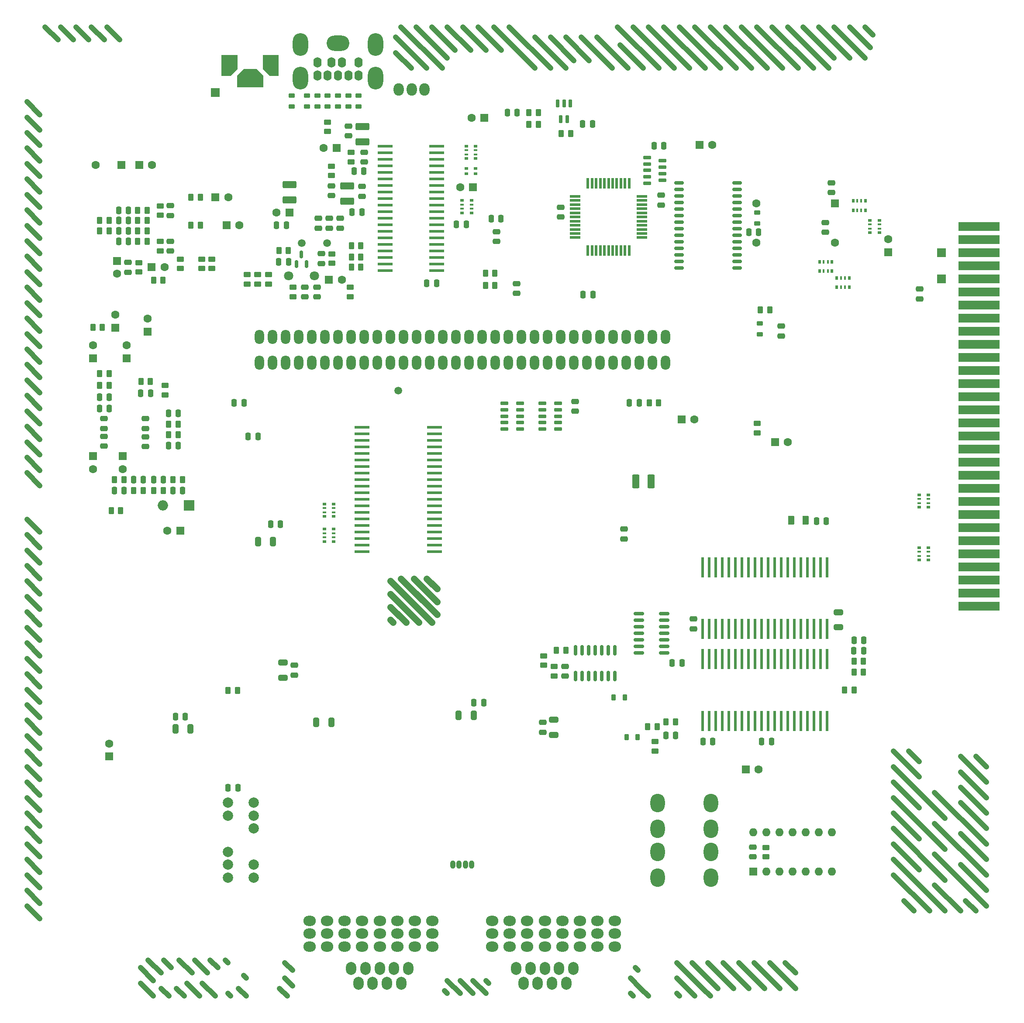
<source format=gbs>
G04 #@! TF.GenerationSoftware,KiCad,Pcbnew,7.0.8*
G04 #@! TF.CreationDate,2024-02-10T22:29:42+01:00*
G04 #@! TF.ProjectId,Neptune,4e657074-756e-4652-9e6b-696361645f70,rev?*
G04 #@! TF.SameCoordinates,Original*
G04 #@! TF.FileFunction,Soldermask,Bot*
G04 #@! TF.FilePolarity,Negative*
%FSLAX46Y46*%
G04 Gerber Fmt 4.6, Leading zero omitted, Abs format (unit mm)*
G04 Created by KiCad (PCBNEW 7.0.8) date 2024-02-10 22:29:42*
%MOMM*%
%LPD*%
G01*
G04 APERTURE LIST*
G04 Aperture macros list*
%AMRoundRect*
0 Rectangle with rounded corners*
0 $1 Rounding radius*
0 $2 $3 $4 $5 $6 $7 $8 $9 X,Y pos of 4 corners*
0 Add a 4 corners polygon primitive as box body*
4,1,4,$2,$3,$4,$5,$6,$7,$8,$9,$2,$3,0*
0 Add four circle primitives for the rounded corners*
1,1,$1+$1,$2,$3*
1,1,$1+$1,$4,$5*
1,1,$1+$1,$6,$7*
1,1,$1+$1,$8,$9*
0 Add four rect primitives between the rounded corners*
20,1,$1+$1,$2,$3,$4,$5,0*
20,1,$1+$1,$4,$5,$6,$7,0*
20,1,$1+$1,$6,$7,$8,$9,0*
20,1,$1+$1,$8,$9,$2,$3,0*%
G04 Aperture macros list end*
%ADD10C,1.000000*%
%ADD11C,1.250000*%
%ADD12C,0.100000*%
%ADD13O,2.400000X2.000000*%
%ADD14R,1.600000X1.600000*%
%ADD15C,1.600000*%
%ADD16O,1.600000X1.600000*%
%ADD17R,1.700000X1.700000*%
%ADD18O,3.600000X2.400000*%
%ADD19O,2.400000X3.000000*%
%ADD20O,2.800000X3.600000*%
%ADD21O,2.000000X2.400000*%
%ADD22C,1.500000*%
%ADD23C,2.000000*%
%ADD24O,2.000000X2.500000*%
%ADD25O,1.800000X2.800000*%
%ADD26R,2.000000X2.000000*%
%ADD27O,2.000000X2.000000*%
%ADD28O,1.600000X2.000000*%
%ADD29O,3.000000X4.400000*%
%ADD30O,4.400000X3.000000*%
%ADD31O,1.000000X1.600000*%
%ADD32C,1.800000*%
%ADD33R,8.000000X1.778000*%
%ADD34RoundRect,0.250000X-0.262500X-0.450000X0.262500X-0.450000X0.262500X0.450000X-0.262500X0.450000X0*%
%ADD35RoundRect,0.250000X0.250000X0.475000X-0.250000X0.475000X-0.250000X-0.475000X0.250000X-0.475000X0*%
%ADD36RoundRect,0.250000X0.475000X-0.250000X0.475000X0.250000X-0.475000X0.250000X-0.475000X-0.250000X0*%
%ADD37R,3.000000X0.600000*%
%ADD38RoundRect,0.250000X-0.250000X-0.475000X0.250000X-0.475000X0.250000X0.475000X-0.250000X0.475000X0*%
%ADD39RoundRect,0.250000X0.450000X-0.262500X0.450000X0.262500X-0.450000X0.262500X-0.450000X-0.262500X0*%
%ADD40RoundRect,0.250000X0.262500X0.450000X-0.262500X0.450000X-0.262500X-0.450000X0.262500X-0.450000X0*%
%ADD41R,0.800000X0.500000*%
%ADD42R,0.800000X0.400000*%
%ADD43R,0.500000X0.800000*%
%ADD44R,0.400000X0.800000*%
%ADD45RoundRect,0.150000X-0.650000X0.150000X-0.650000X-0.150000X0.650000X-0.150000X0.650000X0.150000X0*%
%ADD46RoundRect,0.150000X-0.150000X0.825000X-0.150000X-0.825000X0.150000X-0.825000X0.150000X0.825000X0*%
%ADD47RoundRect,0.218750X0.381250X-0.218750X0.381250X0.218750X-0.381250X0.218750X-0.381250X-0.218750X0*%
%ADD48RoundRect,0.150000X-0.750000X-0.150000X0.750000X-0.150000X0.750000X0.150000X-0.750000X0.150000X0*%
%ADD49RoundRect,0.250001X0.462499X1.074999X-0.462499X1.074999X-0.462499X-1.074999X0.462499X-1.074999X0*%
%ADD50RoundRect,0.250000X-0.475000X0.250000X-0.475000X-0.250000X0.475000X-0.250000X0.475000X0.250000X0*%
%ADD51RoundRect,0.150000X0.150000X0.650000X-0.150000X0.650000X-0.150000X-0.650000X0.150000X-0.650000X0*%
%ADD52RoundRect,0.250000X-0.450000X0.262500X-0.450000X-0.262500X0.450000X-0.262500X0.450000X0.262500X0*%
%ADD53RoundRect,0.218750X0.218750X0.381250X-0.218750X0.381250X-0.218750X-0.381250X0.218750X-0.381250X0*%
%ADD54RoundRect,0.150000X0.650000X-0.150000X0.650000X0.150000X-0.650000X0.150000X-0.650000X-0.150000X0*%
%ADD55R,2.000000X0.550000*%
%ADD56R,0.550000X2.000000*%
%ADD57RoundRect,0.250000X0.650000X-0.325000X0.650000X0.325000X-0.650000X0.325000X-0.650000X-0.325000X0*%
%ADD58RoundRect,0.250001X1.074999X-0.462499X1.074999X0.462499X-1.074999X0.462499X-1.074999X-0.462499X0*%
%ADD59RoundRect,0.150000X0.150000X-0.587500X0.150000X0.587500X-0.150000X0.587500X-0.150000X-0.587500X0*%
%ADD60RoundRect,0.250000X0.375000X0.625000X-0.375000X0.625000X-0.375000X-0.625000X0.375000X-0.625000X0*%
%ADD61RoundRect,0.250001X-1.074999X0.462499X-1.074999X-0.462499X1.074999X-0.462499X1.074999X0.462499X0*%
%ADD62R,0.600000X4.000000*%
%ADD63RoundRect,0.250000X0.325000X0.650000X-0.325000X0.650000X-0.325000X-0.650000X0.325000X-0.650000X0*%
%ADD64RoundRect,0.218750X-0.218750X-0.381250X0.218750X-0.381250X0.218750X0.381250X-0.218750X0.381250X0*%
%ADD65RoundRect,0.150000X0.825000X0.150000X-0.825000X0.150000X-0.825000X-0.150000X0.825000X-0.150000X0*%
%ADD66RoundRect,0.250000X-0.325000X-0.650000X0.325000X-0.650000X0.325000X0.650000X-0.325000X0.650000X0*%
G04 APERTURE END LIST*
D10*
X198000000Y-44000000D02*
X204000000Y-50000000D01*
X261000000Y-44000000D02*
X269000000Y-52000000D01*
X122500000Y-103500000D02*
X125000000Y-106000000D01*
X255000000Y-44000000D02*
X263000000Y-52000000D01*
X207000000Y-44000000D02*
X211500000Y-48500000D01*
X308500000Y-211500000D02*
X303500000Y-206500000D01*
X204000000Y-44000000D02*
X208500000Y-48500000D01*
X171500000Y-230500000D02*
X173000000Y-232000000D01*
X122500000Y-157500000D02*
X125000000Y-160000000D01*
X138000000Y-44000000D02*
X140500000Y-46500000D01*
X241500000Y-230500000D02*
X239500000Y-228500000D01*
X216000000Y-44000000D02*
X224000000Y-52000000D01*
X290500000Y-199500000D02*
X300500000Y-209500000D01*
X122500000Y-118500000D02*
X125000000Y-121000000D01*
X194000000Y-49000000D02*
X197000000Y-52000000D01*
X129000000Y-44000000D02*
X131500000Y-46500000D01*
X122500000Y-61500000D02*
X125000000Y-64000000D01*
X303500000Y-215500000D02*
X298500000Y-210500000D01*
X308500000Y-190500000D02*
X303500000Y-185500000D01*
X250500000Y-230500000D02*
X248500000Y-228500000D01*
X146000000Y-225000000D02*
X148500000Y-227500000D01*
X151500000Y-230500000D02*
X153000000Y-232000000D01*
X295500000Y-186500000D02*
X293500000Y-184500000D01*
X122500000Y-130500000D02*
X125000000Y-133000000D01*
X273000000Y-44000000D02*
X279000000Y-50000000D01*
X221000000Y-46000000D02*
X227000000Y-52000000D01*
X155000000Y-225000000D02*
X157500000Y-227500000D01*
X195000000Y-44000000D02*
X203000000Y-52000000D01*
X306500000Y-215500000D02*
X304500000Y-213500000D01*
X122500000Y-190500000D02*
X125000000Y-193000000D01*
X126000000Y-44000000D02*
X128500000Y-46500000D01*
X237000000Y-44000000D02*
X245000000Y-52000000D01*
X122500000Y-97500000D02*
X125000000Y-100000000D01*
X122500000Y-91500000D02*
X125000000Y-94000000D01*
X298500000Y-198500000D02*
X308500000Y-208500000D01*
X240000000Y-232000000D02*
X239500000Y-231500000D01*
X122500000Y-124500000D02*
X125000000Y-127000000D01*
X156500000Y-229500000D02*
X159000000Y-232000000D01*
X162000000Y-232000000D02*
X161500000Y-231500000D01*
X233000000Y-46000000D02*
X239000000Y-52000000D01*
X122500000Y-196500000D02*
X125000000Y-199000000D01*
X240000000Y-44000000D02*
X248000000Y-52000000D01*
X295500000Y-189500000D02*
X290500000Y-184500000D01*
X285000000Y-44000000D02*
X286500000Y-45500000D01*
X259500000Y-230500000D02*
X254500000Y-225500000D01*
X122500000Y-163500000D02*
X125000000Y-166000000D01*
X122500000Y-160500000D02*
X125000000Y-163000000D01*
X122500000Y-94500000D02*
X125000000Y-97000000D01*
D11*
X193000000Y-151500000D02*
X201000000Y-159500000D01*
D10*
X122500000Y-109500000D02*
X125000000Y-112000000D01*
X122500000Y-100500000D02*
X125000000Y-103000000D01*
X290500000Y-187500000D02*
X300500000Y-197500000D01*
X122500000Y-184500000D02*
X125000000Y-187000000D01*
X122500000Y-79500000D02*
X125000000Y-82000000D01*
X122500000Y-193500000D02*
X125000000Y-196000000D01*
X165000000Y-228500000D02*
X164500000Y-228000000D01*
X308500000Y-196500000D02*
X303500000Y-191500000D01*
X241000000Y-227000000D02*
X240500000Y-226500000D01*
D11*
X197500000Y-151000000D02*
X202000000Y-155500000D01*
D10*
X249000000Y-232000000D02*
X248500000Y-231500000D01*
X158000000Y-225000000D02*
X159500000Y-226500000D01*
X230000000Y-46000000D02*
X236000000Y-52000000D01*
X298500000Y-192500000D02*
X308500000Y-202500000D01*
X122500000Y-214500000D02*
X125000000Y-217000000D01*
X122500000Y-154500000D02*
X125000000Y-157000000D01*
X253500000Y-230500000D02*
X255000000Y-232000000D01*
X152000000Y-225000000D02*
X154500000Y-227500000D01*
X163500000Y-230500000D02*
X165000000Y-232000000D01*
D11*
X195000000Y-151000000D02*
X202000000Y-158000000D01*
D10*
X135000000Y-44000000D02*
X137500000Y-46500000D01*
X122500000Y-175500000D02*
X125000000Y-178000000D01*
X172500000Y-225500000D02*
X174000000Y-227000000D01*
X308500000Y-205500000D02*
X303500000Y-200500000D01*
X122500000Y-151500000D02*
X125000000Y-154000000D01*
X209000000Y-229000000D02*
X211500000Y-231500000D01*
X308500000Y-187500000D02*
X306500000Y-185500000D01*
X122500000Y-208500000D02*
X125000000Y-211000000D01*
X122500000Y-199500000D02*
X125000000Y-202000000D01*
X256500000Y-230500000D02*
X251500000Y-225500000D01*
D11*
X193000000Y-159000000D02*
X193500000Y-159500000D01*
D10*
X267000000Y-44000000D02*
X275000000Y-52000000D01*
X122500000Y-85500000D02*
X125000000Y-88000000D01*
X262500000Y-230500000D02*
X257500000Y-225500000D01*
X144500000Y-226500000D02*
X147000000Y-229000000D01*
X252000000Y-44000000D02*
X260000000Y-52000000D01*
X122500000Y-145500000D02*
X125000000Y-148000000D01*
X132000000Y-44000000D02*
X134500000Y-46500000D01*
X246000000Y-44000000D02*
X254000000Y-52000000D01*
X122500000Y-106500000D02*
X125000000Y-109000000D01*
X224000000Y-46000000D02*
X228500000Y-50500000D01*
X122500000Y-166500000D02*
X125000000Y-169000000D01*
X122500000Y-139500000D02*
X125000000Y-142000000D01*
X268500000Y-230500000D02*
X263500000Y-225500000D01*
X122500000Y-205500000D02*
X125000000Y-208000000D01*
X210000000Y-44000000D02*
X214500000Y-48500000D01*
X122500000Y-58500000D02*
X125000000Y-61000000D01*
X204000000Y-229000000D02*
X206500000Y-231500000D01*
X122500000Y-187500000D02*
X125000000Y-190000000D01*
X270000000Y-44000000D02*
X278000000Y-52000000D01*
X282000000Y-44000000D02*
X286000000Y-48000000D01*
X213000000Y-44000000D02*
X221000000Y-52000000D01*
X295500000Y-195500000D02*
X290500000Y-190500000D01*
X237500000Y-47500000D02*
X242000000Y-52000000D01*
X258000000Y-44000000D02*
X266000000Y-52000000D01*
X264000000Y-44000000D02*
X272000000Y-52000000D01*
X172500000Y-228500000D02*
X174000000Y-230000000D01*
X122500000Y-172500000D02*
X125000000Y-175000000D01*
X122500000Y-67500000D02*
X125000000Y-70000000D01*
X122500000Y-169500000D02*
X125000000Y-172000000D01*
X122500000Y-202500000D02*
X125000000Y-205000000D01*
X194000000Y-46000000D02*
X200000000Y-52000000D01*
X204000000Y-231500000D02*
X203500000Y-231000000D01*
X279000000Y-44000000D02*
X285000000Y-50000000D01*
X290500000Y-208500000D02*
X297500000Y-215500000D01*
X308500000Y-193500000D02*
X303500000Y-188500000D01*
X148500000Y-230500000D02*
X150000000Y-232000000D01*
X243000000Y-44000000D02*
X251000000Y-52000000D01*
X122500000Y-70500000D02*
X125000000Y-73000000D01*
X276000000Y-44000000D02*
X282000000Y-50000000D01*
X212000000Y-229500000D02*
X211500000Y-229000000D01*
X122500000Y-127500000D02*
X125000000Y-130000000D01*
X122500000Y-73500000D02*
X125000000Y-76000000D01*
X122500000Y-181500000D02*
X125000000Y-184000000D01*
X265500000Y-230500000D02*
X260500000Y-225500000D01*
X122500000Y-88500000D02*
X125000000Y-91000000D01*
X290500000Y-193500000D02*
X300500000Y-203500000D01*
X122500000Y-142500000D02*
X125000000Y-145000000D01*
X122500000Y-82500000D02*
X125000000Y-85000000D01*
X122500000Y-178500000D02*
X125000000Y-181000000D01*
X253500000Y-230500000D02*
X248500000Y-225500000D01*
X295500000Y-207500000D02*
X290500000Y-202500000D01*
X290500000Y-205500000D02*
X300500000Y-215500000D01*
X122500000Y-64500000D02*
X125000000Y-67000000D01*
X308500000Y-199500000D02*
X303500000Y-194500000D01*
X153500000Y-229500000D02*
X156000000Y-232000000D01*
X271500000Y-227500000D02*
X269500000Y-225500000D01*
X298500000Y-204500000D02*
X308500000Y-214500000D01*
X227000000Y-46000000D02*
X231500000Y-50500000D01*
X122500000Y-76500000D02*
X125000000Y-79000000D01*
X144500000Y-229500000D02*
X147000000Y-232000000D01*
X122500000Y-148500000D02*
X125000000Y-151000000D01*
X271500000Y-230500000D02*
X266500000Y-225500000D01*
X295500000Y-201500000D02*
X290500000Y-196500000D01*
X249000000Y-44000000D02*
X257000000Y-52000000D01*
X206500000Y-229000000D02*
X209000000Y-231500000D01*
X122500000Y-112500000D02*
X125000000Y-115000000D01*
D11*
X193000000Y-154000000D02*
X198500000Y-159500000D01*
D10*
X122500000Y-115500000D02*
X125000000Y-118000000D01*
D11*
X193000000Y-156500000D02*
X196000000Y-159500000D01*
D10*
X161500000Y-225500000D02*
X161000000Y-225000000D01*
X122500000Y-211500000D02*
X125000000Y-214000000D01*
X201000000Y-44000000D02*
X205500000Y-48500000D01*
X241500000Y-230500000D02*
X243000000Y-232000000D01*
X294500000Y-215500000D02*
X292500000Y-213500000D01*
X250500000Y-230500000D02*
X252000000Y-232000000D01*
D11*
X200000000Y-151000000D02*
X202000000Y-153000000D01*
D10*
X122500000Y-121500000D02*
X125000000Y-124000000D01*
X149000000Y-225000000D02*
X150500000Y-226500000D01*
D12*
X163235000Y-52154200D02*
X161985000Y-53404200D01*
X160235000Y-53404200D01*
X160235000Y-49404200D01*
X163235000Y-49404200D01*
X163235000Y-52154200D01*
G36*
X163235000Y-52154200D02*
G01*
X161985000Y-53404200D01*
X160235000Y-53404200D01*
X160235000Y-49404200D01*
X163235000Y-49404200D01*
X163235000Y-52154200D01*
G37*
X171235000Y-53404200D02*
X169485000Y-53404200D01*
X168235000Y-52154200D01*
X168235000Y-49404200D01*
X171235000Y-49404200D01*
X171235000Y-53404200D01*
G36*
X171235000Y-53404200D02*
G01*
X169485000Y-53404200D01*
X168235000Y-52154200D01*
X168235000Y-49404200D01*
X171235000Y-49404200D01*
X171235000Y-53404200D01*
G37*
X168235000Y-53404200D02*
X168235000Y-55654200D01*
X163235000Y-55654200D01*
X163235000Y-53404200D01*
X164485000Y-52154200D01*
X166985000Y-52154200D01*
X168235000Y-53404200D01*
G36*
X168235000Y-53404200D02*
G01*
X168235000Y-55654200D01*
X163235000Y-55654200D01*
X163235000Y-53404200D01*
X164485000Y-52154200D01*
X166985000Y-52154200D01*
X168235000Y-53404200D01*
G37*
D13*
X236500000Y-222400000D03*
X236500000Y-219900000D03*
X236500000Y-217400000D03*
D14*
X152205113Y-141732000D03*
D15*
X149705113Y-141732000D03*
D14*
X267544888Y-124500000D03*
D15*
X270044888Y-124500000D03*
D14*
X263300000Y-207825000D03*
D16*
X265840000Y-207825000D03*
X268380000Y-207825000D03*
X270920000Y-207825000D03*
X273460000Y-207825000D03*
X276000000Y-207825000D03*
X278540000Y-207825000D03*
X278540000Y-200205000D03*
X276000000Y-200205000D03*
X273460000Y-200205000D03*
X270920000Y-200205000D03*
X268380000Y-200205000D03*
X265840000Y-200205000D03*
X263300000Y-200205000D03*
D14*
X135300000Y-108250000D03*
D15*
X135300000Y-105750000D03*
D14*
X181025000Y-93055112D03*
D15*
X183525000Y-93055112D03*
D14*
X146675000Y-90600000D03*
D15*
X149175000Y-90600000D03*
D13*
X216100000Y-222400000D03*
X216100000Y-219900000D03*
X216100000Y-217400000D03*
D14*
X173400000Y-80010000D03*
D15*
X170900000Y-80010000D03*
D14*
X209000000Y-75050000D03*
D15*
X206500000Y-75050000D03*
D17*
X299825000Y-92875000D03*
D13*
X197700000Y-222400000D03*
X197700000Y-219900000D03*
X197700000Y-217400000D03*
X226300000Y-222400000D03*
X226300000Y-219900000D03*
X226300000Y-217400000D03*
D18*
X165735000Y-53904200D03*
D19*
X161735000Y-51404200D03*
X169735000Y-51404200D03*
D20*
X244775000Y-194575000D03*
X255075000Y-194575000D03*
X244775000Y-199575000D03*
X255075000Y-199575000D03*
D21*
X194600000Y-56100000D03*
X197100000Y-56100000D03*
X199600000Y-56100000D03*
D14*
X140832651Y-70739000D03*
D15*
X135832651Y-70739000D03*
D14*
X145900000Y-103075000D03*
D15*
X145900000Y-100575000D03*
D22*
X175755000Y-85925000D03*
X180655000Y-85925000D03*
D14*
X279125000Y-78225000D03*
D15*
X263885000Y-78225000D03*
X263885000Y-85845000D03*
X279125000Y-85845000D03*
D13*
X219500000Y-222400000D03*
X219500000Y-219900000D03*
X219500000Y-217400000D03*
X212700000Y-222400000D03*
X212700000Y-219900000D03*
X212700000Y-217400000D03*
X229700000Y-222400000D03*
X229700000Y-219900000D03*
X229700000Y-217400000D03*
D14*
X249425000Y-120125000D03*
D15*
X251925000Y-120125000D03*
D23*
X166482400Y-199500000D03*
X161482400Y-194500000D03*
X166482400Y-194500000D03*
X161482400Y-197000000D03*
X166482400Y-197000000D03*
D24*
X217370400Y-226682200D03*
X220140400Y-226682200D03*
X222910400Y-226682200D03*
X225680400Y-226682200D03*
X228450400Y-226682200D03*
X218755400Y-229522200D03*
X221525400Y-229522200D03*
X224295400Y-229522200D03*
X227065400Y-229522200D03*
D13*
X187500000Y-222400000D03*
X187500000Y-219900000D03*
X187500000Y-217400000D03*
D25*
X167538400Y-104140000D03*
X170078400Y-104140000D03*
X172618400Y-104140000D03*
X175158400Y-104140000D03*
X177698400Y-104140000D03*
X180238400Y-104140000D03*
X182778400Y-104140000D03*
X185318400Y-104140000D03*
X187858400Y-104140000D03*
X190398400Y-104140000D03*
X192938400Y-104140000D03*
X195478400Y-104140000D03*
X198018400Y-104140000D03*
X200558400Y-104140000D03*
X203098400Y-104140000D03*
X205638400Y-104140000D03*
X208178400Y-104140000D03*
X210718400Y-104140000D03*
X213258400Y-104140000D03*
X215798400Y-104140000D03*
X218338400Y-104140000D03*
X220878400Y-104140000D03*
X223418400Y-104140000D03*
X225958400Y-104140000D03*
X228498400Y-104140000D03*
X231038400Y-104140000D03*
X233578400Y-104140000D03*
X236118400Y-104140000D03*
X238658400Y-104140000D03*
X241198400Y-104140000D03*
X243738400Y-104140000D03*
X246278400Y-104140000D03*
X167538400Y-109140000D03*
X170078400Y-109140000D03*
X172618400Y-109140000D03*
X175158400Y-109140000D03*
X177698400Y-109140000D03*
X180238400Y-109140000D03*
X182778400Y-109140000D03*
X185318400Y-109140000D03*
X187858400Y-109140000D03*
X190398400Y-109140000D03*
X192938400Y-109140000D03*
X195478400Y-109140000D03*
X198018400Y-109140000D03*
X200558400Y-109140000D03*
X203098400Y-109140000D03*
X205638400Y-109140000D03*
X208178400Y-109140000D03*
X210718400Y-109140000D03*
X213258400Y-109140000D03*
X215798400Y-109140000D03*
X218338400Y-109140000D03*
X220878400Y-109140000D03*
X223418400Y-109140000D03*
X225958400Y-109140000D03*
X228498400Y-109140000D03*
X231038400Y-109140000D03*
X233578400Y-109140000D03*
X236118400Y-109140000D03*
X238658400Y-109140000D03*
X241198400Y-109140000D03*
X243738400Y-109140000D03*
X246278400Y-109140000D03*
D14*
X261850000Y-188075000D03*
D15*
X264350000Y-188075000D03*
D26*
X153924000Y-136779000D03*
D27*
X148844000Y-136779000D03*
D13*
X201100000Y-222400000D03*
X201100000Y-219900000D03*
X201100000Y-217400000D03*
D28*
X181553800Y-50916200D03*
X183553800Y-50916200D03*
X178803800Y-50916200D03*
X180803800Y-53416200D03*
X182803800Y-53416200D03*
X186803800Y-50916200D03*
X178803800Y-53416200D03*
X184803800Y-53416200D03*
X186803800Y-53416200D03*
D29*
X175553800Y-47416200D03*
X175553800Y-53916200D03*
D30*
X182803800Y-47166200D03*
D29*
X190053800Y-47416200D03*
X190053800Y-53916200D03*
D17*
X159025000Y-56700000D03*
D20*
X255075000Y-209067400D03*
X244775000Y-209067400D03*
X255075000Y-204067400D03*
X244775000Y-204067400D03*
D24*
X185366400Y-226682200D03*
X188136400Y-226682200D03*
X190906400Y-226682200D03*
X193676400Y-226682200D03*
X196446400Y-226682200D03*
X186751400Y-229522200D03*
X189521400Y-229522200D03*
X192291400Y-229522200D03*
X195061400Y-229522200D03*
D14*
X141825000Y-108250000D03*
D15*
X141825000Y-105750000D03*
D23*
X161482400Y-204000000D03*
X166482400Y-209000000D03*
X161482400Y-209000000D03*
X166482400Y-206500000D03*
X161482400Y-206500000D03*
D13*
X222900000Y-222400000D03*
X222900000Y-219900000D03*
X222900000Y-217400000D03*
D14*
X135325000Y-127275000D03*
D15*
X135325000Y-129775000D03*
D14*
X252900000Y-66900000D03*
D15*
X255400000Y-66900000D03*
D13*
X233100000Y-222400000D03*
X233100000Y-219900000D03*
X233100000Y-217400000D03*
D31*
X205050000Y-206500000D03*
X206275000Y-206500000D03*
X207535000Y-206500000D03*
X208750000Y-206500000D03*
D14*
X161175000Y-82425000D03*
D15*
X163675000Y-82425000D03*
D13*
X194300000Y-222400000D03*
X194300000Y-219900000D03*
X194300000Y-217400000D03*
D14*
X289500000Y-87700000D03*
D15*
X289500000Y-85200000D03*
D13*
X177300000Y-222400000D03*
X177300000Y-219900000D03*
X177300000Y-217400000D03*
D14*
X139950000Y-89375000D03*
D15*
X139950000Y-91875000D03*
D13*
X180700000Y-222400000D03*
X180700000Y-219900000D03*
X180700000Y-217400000D03*
D14*
X211170000Y-61590000D03*
D15*
X208670000Y-61590000D03*
D14*
X159025000Y-77025000D03*
D15*
X161525000Y-77025000D03*
D14*
X144272000Y-70739000D03*
D15*
X146772000Y-70739000D03*
D13*
X190900000Y-222400000D03*
X190900000Y-219900000D03*
X190900000Y-217400000D03*
D14*
X182525000Y-67475000D03*
D15*
X180025000Y-67475000D03*
D14*
X138425000Y-185524999D03*
D15*
X138425000Y-183024999D03*
D17*
X299825000Y-87775000D03*
D32*
X178200000Y-92250000D03*
X173200000Y-92250000D03*
D33*
X307111400Y-156362400D03*
X307111400Y-153822400D03*
X307111400Y-151282400D03*
X307111400Y-148742400D03*
X307111400Y-146202400D03*
X307111400Y-143662400D03*
X307111400Y-141122400D03*
X307111400Y-138582400D03*
X307111400Y-136042400D03*
X307111400Y-133502400D03*
X307111400Y-130962400D03*
X307111400Y-128422400D03*
X307111400Y-125882400D03*
X307111400Y-123342400D03*
X307111400Y-120802400D03*
X307111400Y-118262400D03*
X307111400Y-115722400D03*
X307111400Y-113182400D03*
X307111400Y-110642400D03*
X307111400Y-108102400D03*
X307111400Y-105562400D03*
X307111400Y-103022400D03*
X307111400Y-100482400D03*
X307111400Y-97942400D03*
X307111400Y-95402400D03*
X307111400Y-92862400D03*
X307111400Y-90322400D03*
X307111400Y-87782400D03*
X307111400Y-85242400D03*
X307111400Y-82702400D03*
D13*
X184100000Y-222400000D03*
X184100000Y-219900000D03*
X184100000Y-217400000D03*
D14*
X141100000Y-127275000D03*
D15*
X141100000Y-129775000D03*
D14*
X139625000Y-102350000D03*
D15*
X139625000Y-99850000D03*
D34*
X136587500Y-111280000D03*
X138412500Y-111280000D03*
D35*
X148962500Y-131830000D03*
X147062500Y-131830000D03*
D36*
X187450000Y-76825000D03*
X187450000Y-74925000D03*
D37*
X201925000Y-67160000D03*
X201925000Y-68430000D03*
X201925000Y-69700000D03*
X201925000Y-70970000D03*
X201925000Y-72240000D03*
X201925000Y-73510000D03*
X201925000Y-74780000D03*
X201925000Y-76050000D03*
X201925000Y-77320000D03*
X201925000Y-78590000D03*
X201925000Y-79860000D03*
X201925000Y-81130000D03*
X201925000Y-82400000D03*
X201925000Y-83670000D03*
X201925000Y-84940000D03*
X201925000Y-86210000D03*
X201925000Y-87480000D03*
X201925000Y-88750000D03*
X201925000Y-90020000D03*
X201925000Y-91290000D03*
X191925000Y-91290000D03*
X191925000Y-90020000D03*
X191925000Y-88750000D03*
X191925000Y-87480000D03*
X191925000Y-86210000D03*
X191925000Y-84940000D03*
X191925000Y-83670000D03*
X191925000Y-82400000D03*
X191925000Y-81130000D03*
X191925000Y-79860000D03*
X191925000Y-78590000D03*
X191925000Y-77320000D03*
X191925000Y-76050000D03*
X191925000Y-74780000D03*
X191925000Y-73510000D03*
X191925000Y-72240000D03*
X191925000Y-70970000D03*
X191925000Y-69700000D03*
X191925000Y-68430000D03*
X191925000Y-67160000D03*
D38*
X275600000Y-139875000D03*
X277500000Y-139875000D03*
D35*
X151850000Y-125230000D03*
X149950000Y-125230000D03*
D39*
X149275000Y-115387500D03*
X149275000Y-113562500D03*
D40*
X138412500Y-113530000D03*
X136587500Y-113530000D03*
D41*
X295500000Y-147400000D03*
D42*
X295500000Y-146600000D03*
X295500000Y-145800000D03*
D41*
X295500000Y-145000000D03*
X297300000Y-145000000D03*
D42*
X297300000Y-145800000D03*
X297300000Y-146600000D03*
D41*
X297300000Y-147400000D03*
D40*
X145025000Y-133930000D03*
X143200000Y-133930000D03*
D43*
X282675000Y-77750000D03*
D44*
X283475000Y-77750000D03*
X284275000Y-77750000D03*
D43*
X285075000Y-77750000D03*
X285075000Y-79550000D03*
D44*
X284275000Y-79550000D03*
X283475000Y-79550000D03*
D43*
X282675000Y-79550000D03*
D45*
X242730000Y-74325000D03*
X242730000Y-73075000D03*
X242730000Y-71825000D03*
X242730000Y-70575000D03*
X242730000Y-69325000D03*
X245730000Y-73700000D03*
X245730000Y-72450000D03*
X245730000Y-71200000D03*
X245730000Y-69950000D03*
D41*
X180150000Y-138950000D03*
D42*
X180150000Y-138150000D03*
X180150000Y-137350000D03*
D41*
X180150000Y-136550000D03*
X181950000Y-136550000D03*
D42*
X181950000Y-137350000D03*
X181950000Y-138150000D03*
D41*
X181950000Y-138950000D03*
D46*
X228890000Y-164925000D03*
X230160000Y-164925000D03*
X231430000Y-164925000D03*
X232700000Y-164925000D03*
X233970000Y-164925000D03*
X235240000Y-164925000D03*
X236510000Y-164925000D03*
X236510000Y-169875000D03*
X235240000Y-169875000D03*
X233970000Y-169875000D03*
X232700000Y-169875000D03*
X231430000Y-169875000D03*
X230160000Y-169875000D03*
X228890000Y-169875000D03*
D34*
X149987500Y-123130000D03*
X151812500Y-123130000D03*
D40*
X244687500Y-179750000D03*
X242862500Y-179750000D03*
D47*
X178800000Y-59400000D03*
X178800000Y-57275000D03*
D40*
X213237500Y-94125000D03*
X211412500Y-94125000D03*
D41*
X207675000Y-69525000D03*
D42*
X207675000Y-68725000D03*
X207675000Y-67925000D03*
D41*
X207675000Y-67125000D03*
X209475000Y-67125000D03*
D42*
X209475000Y-67925000D03*
X209475000Y-68725000D03*
D41*
X209475000Y-69525000D03*
D38*
X151275000Y-177750000D03*
X153175000Y-177750000D03*
D47*
X180800000Y-59400000D03*
X180800000Y-57275000D03*
D39*
X156375000Y-90862500D03*
X156375000Y-89037500D03*
D34*
X185387500Y-90600000D03*
X187212500Y-90600000D03*
D35*
X187450000Y-79875000D03*
X185550000Y-79875000D03*
D40*
X227932500Y-64710000D03*
X226107500Y-64710000D03*
D35*
X164575000Y-116900000D03*
X162675000Y-116900000D03*
X141312500Y-133930000D03*
X139412500Y-133930000D03*
D48*
X248950000Y-90775000D03*
X248950000Y-89505000D03*
X248950000Y-88235000D03*
X248950000Y-86965000D03*
X248950000Y-85695000D03*
X248950000Y-84425000D03*
X248950000Y-83155000D03*
X248950000Y-81885000D03*
X248950000Y-80615000D03*
X248950000Y-79345000D03*
X248950000Y-78075000D03*
X248950000Y-76805000D03*
X248950000Y-75535000D03*
X248950000Y-74265000D03*
X260150000Y-74265000D03*
X260150000Y-75535000D03*
X260150000Y-76805000D03*
X260150000Y-78075000D03*
X260150000Y-79345000D03*
X260150000Y-80615000D03*
X260150000Y-81885000D03*
X260150000Y-83155000D03*
X260150000Y-84425000D03*
X260150000Y-85695000D03*
X260150000Y-86965000D03*
X260150000Y-88235000D03*
X260150000Y-89505000D03*
X260150000Y-90775000D03*
D49*
X243512500Y-132125000D03*
X240537500Y-132125000D03*
D47*
X173800000Y-59425000D03*
X173800000Y-57300000D03*
D36*
X181125000Y-83025000D03*
X181125000Y-81125000D03*
D39*
X148307000Y-80520500D03*
X148307000Y-78695500D03*
D34*
X143980750Y-81548000D03*
X145805750Y-81548000D03*
D50*
X137450000Y-119980000D03*
X137450000Y-121880000D03*
X145500000Y-123480000D03*
X145500000Y-125380000D03*
D51*
X225375000Y-58850000D03*
X226625000Y-58850000D03*
X227875000Y-58850000D03*
X226000000Y-61850000D03*
X227250000Y-61850000D03*
D38*
X150762500Y-133930000D03*
X152662500Y-133930000D03*
D36*
X277275000Y-83850000D03*
X277275000Y-81950000D03*
D52*
X165200000Y-92037500D03*
X165200000Y-93862500D03*
D38*
X264950000Y-182600000D03*
X266850000Y-182600000D03*
D36*
X174300000Y-169725000D03*
X174300000Y-167825000D03*
D53*
X240862500Y-181800000D03*
X238737500Y-181800000D03*
D45*
X215100000Y-122000000D03*
X215100000Y-120750000D03*
X215100000Y-119500000D03*
X215100000Y-118250000D03*
X215100000Y-117000000D03*
D54*
X218100000Y-117000000D03*
X218100000Y-118250000D03*
X218100000Y-119500000D03*
X218100000Y-120750000D03*
X218100000Y-122000000D03*
D50*
X225990000Y-78960000D03*
X225990000Y-80860000D03*
D40*
X226962500Y-164925000D03*
X225137500Y-164925000D03*
D41*
X207675000Y-72450000D03*
X207675000Y-71450000D03*
X209475000Y-71450000D03*
X209475000Y-72450000D03*
D39*
X265800000Y-204987500D03*
X265800000Y-203162500D03*
D35*
X241200000Y-116925000D03*
X239300000Y-116925000D03*
D36*
X251700000Y-160750000D03*
X251700000Y-158850000D03*
D50*
X245475000Y-76625000D03*
X245475000Y-78525000D03*
D38*
X140305750Y-79548000D03*
X142205750Y-79548000D03*
D55*
X228760000Y-84860000D03*
X228760000Y-84060000D03*
X228760000Y-83260000D03*
X228760000Y-82460000D03*
X228760000Y-81660000D03*
X228760000Y-80860000D03*
X228760000Y-80060000D03*
X228760000Y-79260000D03*
X228760000Y-78460000D03*
X228760000Y-77660000D03*
X228760000Y-76860000D03*
D56*
X231260000Y-74360000D03*
X232060000Y-74360000D03*
X232860000Y-74360000D03*
X233660000Y-74360000D03*
X234460000Y-74360000D03*
X235260000Y-74360000D03*
X236060000Y-74360000D03*
X236860000Y-74360000D03*
X237660000Y-74360000D03*
X238460000Y-74360000D03*
X239260000Y-74360000D03*
D55*
X241760000Y-76860000D03*
X241760000Y-77660000D03*
X241760000Y-78460000D03*
X241760000Y-79260000D03*
X241760000Y-80060000D03*
X241760000Y-80860000D03*
X241760000Y-81660000D03*
X241760000Y-82460000D03*
X241760000Y-83260000D03*
X241760000Y-84060000D03*
X241760000Y-84860000D03*
D56*
X239260000Y-87360000D03*
X238460000Y-87360000D03*
X237660000Y-87360000D03*
X236860000Y-87360000D03*
X236060000Y-87360000D03*
X235260000Y-87360000D03*
X234460000Y-87360000D03*
X233660000Y-87360000D03*
X232860000Y-87360000D03*
X232060000Y-87360000D03*
X231260000Y-87360000D03*
D34*
X154312500Y-82425000D03*
X156137500Y-82425000D03*
D57*
X172160000Y-170250000D03*
X172160000Y-167300000D03*
D39*
X169350000Y-93862500D03*
X169350000Y-92037500D03*
D34*
X139450000Y-131830000D03*
X141275000Y-131830000D03*
D35*
X151850000Y-118930000D03*
X149950000Y-118930000D03*
D34*
X149987500Y-121030000D03*
X151812500Y-121030000D03*
D40*
X284662500Y-167050000D03*
X282837500Y-167050000D03*
D50*
X137450000Y-123430000D03*
X137450000Y-125330000D03*
D34*
X154312500Y-77025000D03*
X156137500Y-77025000D03*
D35*
X146450000Y-115080000D03*
X144550000Y-115080000D03*
D52*
X224700000Y-168062500D03*
X224700000Y-169887500D03*
D40*
X163312500Y-172750000D03*
X161487500Y-172750000D03*
D39*
X152275000Y-90862500D03*
X152275000Y-89037500D03*
D37*
X201500000Y-121630000D03*
X201500000Y-122900000D03*
X201500000Y-124170000D03*
X201500000Y-125440000D03*
X201500000Y-126710000D03*
X201500000Y-127980000D03*
X201500000Y-129250000D03*
X201500000Y-130520000D03*
X201500000Y-131790000D03*
X201500000Y-133060000D03*
X201500000Y-134330000D03*
X201500000Y-135600000D03*
X201500000Y-136870000D03*
X201500000Y-138140000D03*
X201500000Y-139410000D03*
X201500000Y-140680000D03*
X201500000Y-141950000D03*
X201500000Y-143220000D03*
X201500000Y-144490000D03*
X201500000Y-145760000D03*
X187500000Y-145760000D03*
X187500000Y-144490000D03*
X187500000Y-143220000D03*
X187500000Y-141950000D03*
X187500000Y-140680000D03*
X187500000Y-139410000D03*
X187500000Y-138140000D03*
X187500000Y-136870000D03*
X187500000Y-135600000D03*
X187500000Y-134330000D03*
X187500000Y-133060000D03*
X187500000Y-131790000D03*
X187500000Y-130520000D03*
X187500000Y-129250000D03*
X187500000Y-127980000D03*
X187500000Y-126710000D03*
X187500000Y-125440000D03*
X187500000Y-124170000D03*
X187500000Y-122900000D03*
X187500000Y-121630000D03*
D39*
X185325000Y-70137500D03*
X185325000Y-68312500D03*
D57*
X279800000Y-160475000D03*
X279800000Y-157525000D03*
D47*
X176800000Y-59425000D03*
X176800000Y-57300000D03*
D38*
X205775000Y-82325000D03*
X207675000Y-82325000D03*
D36*
X178750000Y-96375000D03*
X178750000Y-94475000D03*
D35*
X167275000Y-123425000D03*
X165375000Y-123425000D03*
D36*
X176400000Y-96375000D03*
X176400000Y-94475000D03*
X184825000Y-65125000D03*
X184825000Y-63225000D03*
D41*
X287750000Y-81500000D03*
D42*
X287750000Y-82300000D03*
X287750000Y-83100000D03*
D41*
X287750000Y-83900000D03*
X285950000Y-83900000D03*
D42*
X285950000Y-83100000D03*
X285950000Y-82300000D03*
D41*
X285950000Y-81500000D03*
D34*
X143980750Y-85548000D03*
X145805750Y-85548000D03*
D58*
X187525000Y-66262500D03*
X187525000Y-63287500D03*
D34*
X144587500Y-112730000D03*
X146412500Y-112730000D03*
D39*
X181625000Y-89837500D03*
X181625000Y-88012500D03*
D43*
X276175000Y-89550000D03*
D44*
X276975000Y-89550000D03*
X277775000Y-89550000D03*
D43*
X278575000Y-89550000D03*
X278575000Y-91350000D03*
D44*
X277775000Y-91350000D03*
X276975000Y-91350000D03*
D43*
X276175000Y-91350000D03*
D38*
X140305750Y-85548000D03*
X142205750Y-85548000D03*
D35*
X232125000Y-62775000D03*
X230225000Y-62775000D03*
D22*
X194525000Y-114550000D03*
D59*
X176675000Y-90012500D03*
X174775000Y-90012500D03*
X175725000Y-88137500D03*
D35*
X264375000Y-83800000D03*
X262475000Y-83800000D03*
D60*
X273500000Y-139725000D03*
X270700000Y-139725000D03*
D45*
X222450000Y-122000000D03*
X222450000Y-120750000D03*
X222450000Y-119500000D03*
X222450000Y-118250000D03*
X222450000Y-117000000D03*
D54*
X225450000Y-117000000D03*
X225450000Y-118250000D03*
X225450000Y-119500000D03*
X225450000Y-120750000D03*
X225450000Y-122000000D03*
D61*
X184575000Y-74812500D03*
X184575000Y-77787500D03*
D47*
X186800000Y-59400000D03*
X186800000Y-57275000D03*
D40*
X138412500Y-83550000D03*
X136587500Y-83550000D03*
D36*
X217425000Y-95675000D03*
X217425000Y-93775000D03*
D38*
X140305750Y-83548000D03*
X142205750Y-83548000D03*
D34*
X211412500Y-91750000D03*
X213237500Y-91750000D03*
D36*
X179600000Y-89900000D03*
X179600000Y-88000000D03*
D62*
X277660000Y-160800000D03*
X276390000Y-160800000D03*
X275120000Y-160800000D03*
X273850000Y-160800000D03*
X272580000Y-160800000D03*
X271310000Y-160800000D03*
X270040000Y-160800000D03*
X268770000Y-160800000D03*
X267500000Y-160800000D03*
X266230000Y-160800000D03*
X264960000Y-160800000D03*
X263690000Y-160800000D03*
X262420000Y-160800000D03*
X261150000Y-160800000D03*
X259880000Y-160800000D03*
X258610000Y-160800000D03*
X257340000Y-160800000D03*
X256070000Y-160800000D03*
X254800000Y-160800000D03*
X253530000Y-160800000D03*
X253530000Y-148800000D03*
X254800000Y-148800000D03*
X256070000Y-148800000D03*
X257340000Y-148800000D03*
X258610000Y-148800000D03*
X259880000Y-148800000D03*
X261150000Y-148800000D03*
X262420000Y-148800000D03*
X263690000Y-148800000D03*
X264960000Y-148800000D03*
X266230000Y-148800000D03*
X267500000Y-148800000D03*
X268770000Y-148800000D03*
X270040000Y-148800000D03*
X271310000Y-148800000D03*
X272580000Y-148800000D03*
X273850000Y-148800000D03*
X275120000Y-148800000D03*
X276390000Y-148800000D03*
X277660000Y-148800000D03*
D36*
X222490000Y-180800000D03*
X222490000Y-178900000D03*
X226850000Y-169925000D03*
X226850000Y-168025000D03*
D38*
X282850000Y-163000000D03*
X284750000Y-163000000D03*
D39*
X158350000Y-90862500D03*
X158350000Y-89037500D03*
D35*
X249500000Y-167350000D03*
X247600000Y-167350000D03*
D50*
X145500000Y-119980000D03*
X145500000Y-121880000D03*
D36*
X183200000Y-83025000D03*
X183200000Y-81125000D03*
D38*
X136550000Y-118050000D03*
X138450000Y-118050000D03*
D40*
X138412500Y-81500000D03*
X136587500Y-81500000D03*
D62*
X277665000Y-178600000D03*
X276395000Y-178600000D03*
X275125000Y-178600000D03*
X273855000Y-178600000D03*
X272585000Y-178600000D03*
X271315000Y-178600000D03*
X270045000Y-178600000D03*
X268775000Y-178600000D03*
X267505000Y-178600000D03*
X266235000Y-178600000D03*
X264965000Y-178600000D03*
X263695000Y-178600000D03*
X262425000Y-178600000D03*
X261155000Y-178600000D03*
X259885000Y-178600000D03*
X258615000Y-178600000D03*
X257345000Y-178600000D03*
X256075000Y-178600000D03*
X254805000Y-178600000D03*
X253535000Y-178600000D03*
X253535000Y-166600000D03*
X254805000Y-166600000D03*
X256075000Y-166600000D03*
X257345000Y-166600000D03*
X258615000Y-166600000D03*
X259885000Y-166600000D03*
X261155000Y-166600000D03*
X262425000Y-166600000D03*
X263695000Y-166600000D03*
X264965000Y-166600000D03*
X266235000Y-166600000D03*
X267505000Y-166600000D03*
X268775000Y-166600000D03*
X270045000Y-166600000D03*
X271315000Y-166600000D03*
X272585000Y-166600000D03*
X273855000Y-166600000D03*
X275125000Y-166600000D03*
X276395000Y-166600000D03*
X277665000Y-166600000D03*
D40*
X284662500Y-169150000D03*
X282837500Y-169150000D03*
D38*
X215625000Y-60625000D03*
X217525000Y-60625000D03*
D47*
X184800000Y-59400000D03*
X184800000Y-57275000D03*
D35*
X138450000Y-115850000D03*
X136550000Y-115850000D03*
X214400000Y-81150000D03*
X212500000Y-81150000D03*
D38*
X230325000Y-95925000D03*
X232225000Y-95925000D03*
D50*
X181550000Y-74825000D03*
X181550000Y-76725000D03*
D63*
X209125000Y-177550000D03*
X206175000Y-177550000D03*
D40*
X148887500Y-93125000D03*
X147062500Y-93125000D03*
D36*
X263275000Y-205000000D03*
X263275000Y-203100000D03*
D39*
X180800000Y-64262500D03*
X180800000Y-62437500D03*
D38*
X169725000Y-140475000D03*
X171625000Y-140475000D03*
D47*
X264075000Y-82112500D03*
X264075000Y-79987500D03*
D36*
X179025000Y-83025000D03*
X179025000Y-81125000D03*
D34*
X185387500Y-86450000D03*
X187212500Y-86450000D03*
D57*
X224620000Y-181325000D03*
X224620000Y-178375000D03*
D41*
X206870000Y-80050000D03*
D42*
X206870000Y-79250000D03*
X206870000Y-78450000D03*
D41*
X206870000Y-77650000D03*
X208670000Y-77650000D03*
D42*
X208670000Y-78450000D03*
X208670000Y-79250000D03*
D41*
X208670000Y-80050000D03*
D39*
X167250000Y-93862500D03*
X167250000Y-92037500D03*
D40*
X282837500Y-172625000D03*
X281012500Y-172625000D03*
X152625000Y-131830000D03*
X150800000Y-131830000D03*
D39*
X244275000Y-184437500D03*
X244275000Y-182612500D03*
X222650000Y-167837500D03*
X222650000Y-166012500D03*
D38*
X253550000Y-182600000D03*
X255450000Y-182600000D03*
D36*
X238225000Y-143300000D03*
X238225000Y-141400000D03*
D34*
X135287500Y-102275000D03*
X137112500Y-102275000D03*
D52*
X174050000Y-94512500D03*
X174050000Y-96337500D03*
D38*
X200025000Y-93750000D03*
X201925000Y-93750000D03*
D52*
X148307000Y-85608000D03*
X148307000Y-87433000D03*
D35*
X163375000Y-191575000D03*
X161475000Y-191575000D03*
D39*
X144200000Y-91537500D03*
X144200000Y-89712500D03*
D41*
X180150000Y-143800000D03*
D42*
X180150000Y-143000000D03*
X180150000Y-142200000D03*
D41*
X180150000Y-141400000D03*
X181950000Y-141400000D03*
D42*
X181950000Y-142200000D03*
X181950000Y-143000000D03*
D41*
X181950000Y-143800000D03*
D63*
X181550000Y-178925000D03*
X178600000Y-178925000D03*
D40*
X221637500Y-62925000D03*
X219812500Y-62925000D03*
D36*
X268750000Y-103950000D03*
X268750000Y-102050000D03*
D35*
X187825000Y-71925000D03*
X185925000Y-71925000D03*
D38*
X171300000Y-89575000D03*
X173200000Y-89575000D03*
X143162500Y-131830000D03*
X145062500Y-131830000D03*
D58*
X173400000Y-77562500D03*
X173400000Y-74587500D03*
D34*
X143980750Y-83548000D03*
X145805750Y-83548000D03*
D36*
X228750000Y-118550000D03*
X228750000Y-116650000D03*
D50*
X213550000Y-83700000D03*
X213550000Y-85600000D03*
D38*
X244100000Y-67050000D03*
X246000000Y-67050000D03*
D34*
X243162500Y-116925000D03*
X244987500Y-116925000D03*
X264687500Y-98900000D03*
X266512500Y-98900000D03*
D36*
X150282000Y-80558000D03*
X150282000Y-78658000D03*
D34*
X219812500Y-60625000D03*
X221637500Y-60625000D03*
D64*
X236262500Y-174050000D03*
X238387500Y-174050000D03*
D39*
X264125000Y-122737500D03*
X264125000Y-120912500D03*
D38*
X140305750Y-81548000D03*
X142205750Y-81548000D03*
D50*
X142075000Y-89675000D03*
X142075000Y-91575000D03*
D47*
X264625000Y-103600000D03*
X264625000Y-101475000D03*
D41*
X295500000Y-137150000D03*
D42*
X295500000Y-136350000D03*
X295500000Y-135550000D03*
D41*
X295500000Y-134750000D03*
X297300000Y-134750000D03*
D42*
X297300000Y-135550000D03*
X297300000Y-136350000D03*
D41*
X297300000Y-137150000D03*
D38*
X209150000Y-175100000D03*
X211050000Y-175100000D03*
X282800000Y-165000000D03*
X284700000Y-165000000D03*
D50*
X295550000Y-94850000D03*
X295550000Y-96750000D03*
D65*
X246075000Y-157790000D03*
X246075000Y-159060000D03*
X246075000Y-160330000D03*
X246075000Y-161600000D03*
X246075000Y-162870000D03*
X246075000Y-164140000D03*
X246075000Y-165410000D03*
X241125000Y-165410000D03*
X241125000Y-164140000D03*
X241125000Y-162870000D03*
X241125000Y-161600000D03*
X241125000Y-160330000D03*
X241125000Y-159060000D03*
X241125000Y-157790000D03*
D40*
X248212500Y-178800000D03*
X246387500Y-178800000D03*
D39*
X185200000Y-96337500D03*
X185200000Y-94512500D03*
D40*
X173162500Y-87375000D03*
X171337500Y-87375000D03*
D47*
X182800000Y-59400000D03*
X182800000Y-57275000D03*
D40*
X145805750Y-79548000D03*
X143980750Y-79548000D03*
D43*
X281925000Y-94500000D03*
D44*
X281125000Y-94500000D03*
X280325000Y-94500000D03*
D43*
X279525000Y-94500000D03*
X279525000Y-92700000D03*
D44*
X280325000Y-92700000D03*
X281125000Y-92700000D03*
D43*
X281925000Y-92700000D03*
D52*
X181525000Y-71012500D03*
X181525000Y-72837500D03*
D34*
X147100000Y-133930000D03*
X148925000Y-133930000D03*
D66*
X151275000Y-180125000D03*
X154225000Y-180125000D03*
D50*
X278475000Y-74200000D03*
X278475000Y-76100000D03*
D34*
X185387500Y-88650000D03*
X187212500Y-88650000D03*
D38*
X170900000Y-82475000D03*
X172800000Y-82475000D03*
D63*
X170225000Y-143825000D03*
X167275000Y-143825000D03*
D50*
X150282000Y-85570500D03*
X150282000Y-87470500D03*
D34*
X138837500Y-137850000D03*
X140662500Y-137850000D03*
D36*
X187890000Y-70175000D03*
X187890000Y-68275000D03*
D38*
X246350000Y-181400000D03*
X248250000Y-181400000D03*
M02*

</source>
